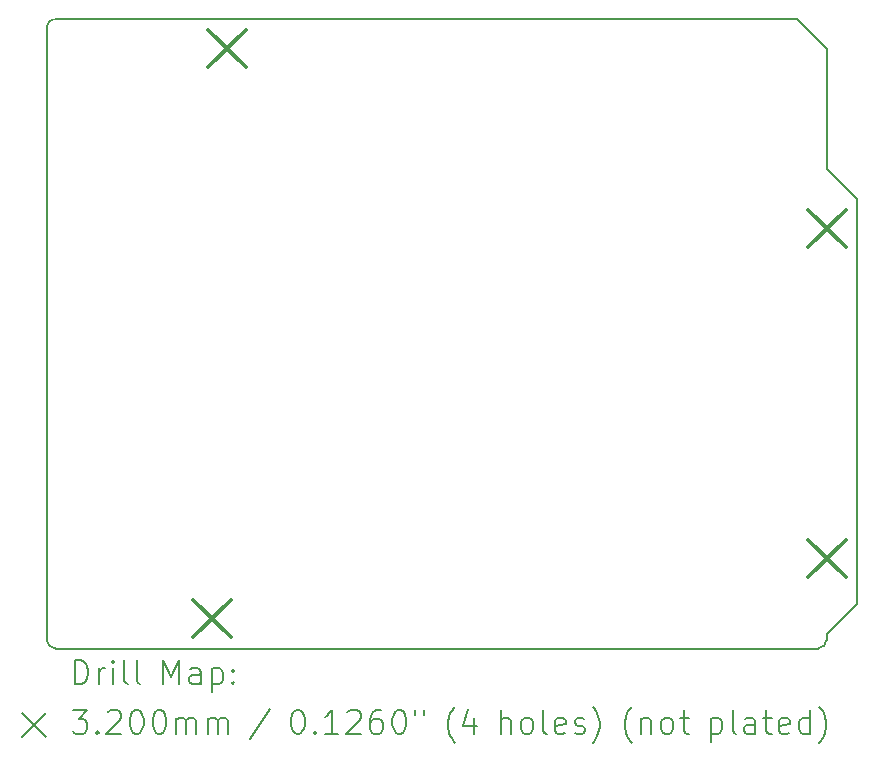
<source format=gbr>
%TF.GenerationSoftware,KiCad,Pcbnew,(7.0.0)*%
%TF.CreationDate,2023-03-24T12:40:38-04:00*%
%TF.ProjectId,ELEG298_S23_Demo_shield,454c4547-3239-4385-9f53-32335f44656d,rev?*%
%TF.SameCoordinates,Original*%
%TF.FileFunction,Drillmap*%
%TF.FilePolarity,Positive*%
%FSLAX45Y45*%
G04 Gerber Fmt 4.5, Leading zero omitted, Abs format (unit mm)*
G04 Created by KiCad (PCBNEW (7.0.0)) date 2023-03-24 12:40:38*
%MOMM*%
%LPD*%
G01*
G04 APERTURE LIST*
%ADD10C,0.150000*%
%ADD11C,0.200000*%
%ADD12C,0.320000*%
G04 APERTURE END LIST*
D10*
X16604000Y-5936000D02*
X16858000Y-6190000D01*
X10000000Y-9923800D02*
X10000000Y-4742200D01*
X16858000Y-6190000D02*
X16858000Y-9619000D01*
X16527800Y-10000000D02*
X10076200Y-10000000D01*
X10076200Y-4666000D02*
X16350000Y-4666000D01*
X10000000Y-9923800D02*
G75*
G03*
X10076200Y-10000000I76200J0D01*
G01*
X16858000Y-9619000D02*
X16604000Y-9873000D01*
X16350000Y-4666000D02*
X16604000Y-4920000D01*
X16527800Y-10000000D02*
G75*
G03*
X16604000Y-9923800I0J76200D01*
G01*
X16604000Y-4920000D02*
X16604000Y-5936000D01*
X16604000Y-9873000D02*
X16604000Y-9923800D01*
X10076200Y-4666000D02*
G75*
G03*
X10000000Y-4742200I0J-76200D01*
G01*
D11*
D12*
X11237000Y-9586000D02*
X11557000Y-9906000D01*
X11557000Y-9586000D02*
X11237000Y-9906000D01*
X11364000Y-4760000D02*
X11684000Y-5080000D01*
X11684000Y-4760000D02*
X11364000Y-5080000D01*
X16444000Y-6284000D02*
X16764000Y-6604000D01*
X16764000Y-6284000D02*
X16444000Y-6604000D01*
X16444000Y-9078000D02*
X16764000Y-9398000D01*
X16764000Y-9078000D02*
X16444000Y-9398000D01*
D11*
X10240119Y-10300976D02*
X10240119Y-10100976D01*
X10240119Y-10100976D02*
X10287738Y-10100976D01*
X10287738Y-10100976D02*
X10316310Y-10110500D01*
X10316310Y-10110500D02*
X10335357Y-10129548D01*
X10335357Y-10129548D02*
X10344881Y-10148595D01*
X10344881Y-10148595D02*
X10354405Y-10186690D01*
X10354405Y-10186690D02*
X10354405Y-10215262D01*
X10354405Y-10215262D02*
X10344881Y-10253357D01*
X10344881Y-10253357D02*
X10335357Y-10272405D01*
X10335357Y-10272405D02*
X10316310Y-10291452D01*
X10316310Y-10291452D02*
X10287738Y-10300976D01*
X10287738Y-10300976D02*
X10240119Y-10300976D01*
X10440119Y-10300976D02*
X10440119Y-10167643D01*
X10440119Y-10205738D02*
X10449643Y-10186690D01*
X10449643Y-10186690D02*
X10459167Y-10177167D01*
X10459167Y-10177167D02*
X10478214Y-10167643D01*
X10478214Y-10167643D02*
X10497262Y-10167643D01*
X10563929Y-10300976D02*
X10563929Y-10167643D01*
X10563929Y-10100976D02*
X10554405Y-10110500D01*
X10554405Y-10110500D02*
X10563929Y-10120024D01*
X10563929Y-10120024D02*
X10573452Y-10110500D01*
X10573452Y-10110500D02*
X10563929Y-10100976D01*
X10563929Y-10100976D02*
X10563929Y-10120024D01*
X10687738Y-10300976D02*
X10668690Y-10291452D01*
X10668690Y-10291452D02*
X10659167Y-10272405D01*
X10659167Y-10272405D02*
X10659167Y-10100976D01*
X10792500Y-10300976D02*
X10773452Y-10291452D01*
X10773452Y-10291452D02*
X10763929Y-10272405D01*
X10763929Y-10272405D02*
X10763929Y-10100976D01*
X10988690Y-10300976D02*
X10988690Y-10100976D01*
X10988690Y-10100976D02*
X11055357Y-10243833D01*
X11055357Y-10243833D02*
X11122024Y-10100976D01*
X11122024Y-10100976D02*
X11122024Y-10300976D01*
X11302976Y-10300976D02*
X11302976Y-10196214D01*
X11302976Y-10196214D02*
X11293452Y-10177167D01*
X11293452Y-10177167D02*
X11274405Y-10167643D01*
X11274405Y-10167643D02*
X11236309Y-10167643D01*
X11236309Y-10167643D02*
X11217262Y-10177167D01*
X11302976Y-10291452D02*
X11283928Y-10300976D01*
X11283928Y-10300976D02*
X11236309Y-10300976D01*
X11236309Y-10300976D02*
X11217262Y-10291452D01*
X11217262Y-10291452D02*
X11207738Y-10272405D01*
X11207738Y-10272405D02*
X11207738Y-10253357D01*
X11207738Y-10253357D02*
X11217262Y-10234310D01*
X11217262Y-10234310D02*
X11236309Y-10224786D01*
X11236309Y-10224786D02*
X11283928Y-10224786D01*
X11283928Y-10224786D02*
X11302976Y-10215262D01*
X11398214Y-10167643D02*
X11398214Y-10367643D01*
X11398214Y-10177167D02*
X11417262Y-10167643D01*
X11417262Y-10167643D02*
X11455357Y-10167643D01*
X11455357Y-10167643D02*
X11474405Y-10177167D01*
X11474405Y-10177167D02*
X11483928Y-10186690D01*
X11483928Y-10186690D02*
X11493452Y-10205738D01*
X11493452Y-10205738D02*
X11493452Y-10262881D01*
X11493452Y-10262881D02*
X11483928Y-10281929D01*
X11483928Y-10281929D02*
X11474405Y-10291452D01*
X11474405Y-10291452D02*
X11455357Y-10300976D01*
X11455357Y-10300976D02*
X11417262Y-10300976D01*
X11417262Y-10300976D02*
X11398214Y-10291452D01*
X11579167Y-10281929D02*
X11588690Y-10291452D01*
X11588690Y-10291452D02*
X11579167Y-10300976D01*
X11579167Y-10300976D02*
X11569643Y-10291452D01*
X11569643Y-10291452D02*
X11579167Y-10281929D01*
X11579167Y-10281929D02*
X11579167Y-10300976D01*
X11579167Y-10177167D02*
X11588690Y-10186690D01*
X11588690Y-10186690D02*
X11579167Y-10196214D01*
X11579167Y-10196214D02*
X11569643Y-10186690D01*
X11569643Y-10186690D02*
X11579167Y-10177167D01*
X11579167Y-10177167D02*
X11579167Y-10196214D01*
X9792500Y-10547500D02*
X9992500Y-10747500D01*
X9992500Y-10547500D02*
X9792500Y-10747500D01*
X10221071Y-10520976D02*
X10344881Y-10520976D01*
X10344881Y-10520976D02*
X10278214Y-10597167D01*
X10278214Y-10597167D02*
X10306786Y-10597167D01*
X10306786Y-10597167D02*
X10325833Y-10606690D01*
X10325833Y-10606690D02*
X10335357Y-10616214D01*
X10335357Y-10616214D02*
X10344881Y-10635262D01*
X10344881Y-10635262D02*
X10344881Y-10682881D01*
X10344881Y-10682881D02*
X10335357Y-10701929D01*
X10335357Y-10701929D02*
X10325833Y-10711452D01*
X10325833Y-10711452D02*
X10306786Y-10720976D01*
X10306786Y-10720976D02*
X10249643Y-10720976D01*
X10249643Y-10720976D02*
X10230595Y-10711452D01*
X10230595Y-10711452D02*
X10221071Y-10701929D01*
X10430595Y-10701929D02*
X10440119Y-10711452D01*
X10440119Y-10711452D02*
X10430595Y-10720976D01*
X10430595Y-10720976D02*
X10421071Y-10711452D01*
X10421071Y-10711452D02*
X10430595Y-10701929D01*
X10430595Y-10701929D02*
X10430595Y-10720976D01*
X10516310Y-10540024D02*
X10525833Y-10530500D01*
X10525833Y-10530500D02*
X10544881Y-10520976D01*
X10544881Y-10520976D02*
X10592500Y-10520976D01*
X10592500Y-10520976D02*
X10611548Y-10530500D01*
X10611548Y-10530500D02*
X10621071Y-10540024D01*
X10621071Y-10540024D02*
X10630595Y-10559071D01*
X10630595Y-10559071D02*
X10630595Y-10578119D01*
X10630595Y-10578119D02*
X10621071Y-10606690D01*
X10621071Y-10606690D02*
X10506786Y-10720976D01*
X10506786Y-10720976D02*
X10630595Y-10720976D01*
X10754405Y-10520976D02*
X10773452Y-10520976D01*
X10773452Y-10520976D02*
X10792500Y-10530500D01*
X10792500Y-10530500D02*
X10802024Y-10540024D01*
X10802024Y-10540024D02*
X10811548Y-10559071D01*
X10811548Y-10559071D02*
X10821071Y-10597167D01*
X10821071Y-10597167D02*
X10821071Y-10644786D01*
X10821071Y-10644786D02*
X10811548Y-10682881D01*
X10811548Y-10682881D02*
X10802024Y-10701929D01*
X10802024Y-10701929D02*
X10792500Y-10711452D01*
X10792500Y-10711452D02*
X10773452Y-10720976D01*
X10773452Y-10720976D02*
X10754405Y-10720976D01*
X10754405Y-10720976D02*
X10735357Y-10711452D01*
X10735357Y-10711452D02*
X10725833Y-10701929D01*
X10725833Y-10701929D02*
X10716310Y-10682881D01*
X10716310Y-10682881D02*
X10706786Y-10644786D01*
X10706786Y-10644786D02*
X10706786Y-10597167D01*
X10706786Y-10597167D02*
X10716310Y-10559071D01*
X10716310Y-10559071D02*
X10725833Y-10540024D01*
X10725833Y-10540024D02*
X10735357Y-10530500D01*
X10735357Y-10530500D02*
X10754405Y-10520976D01*
X10944881Y-10520976D02*
X10963929Y-10520976D01*
X10963929Y-10520976D02*
X10982976Y-10530500D01*
X10982976Y-10530500D02*
X10992500Y-10540024D01*
X10992500Y-10540024D02*
X11002024Y-10559071D01*
X11002024Y-10559071D02*
X11011548Y-10597167D01*
X11011548Y-10597167D02*
X11011548Y-10644786D01*
X11011548Y-10644786D02*
X11002024Y-10682881D01*
X11002024Y-10682881D02*
X10992500Y-10701929D01*
X10992500Y-10701929D02*
X10982976Y-10711452D01*
X10982976Y-10711452D02*
X10963929Y-10720976D01*
X10963929Y-10720976D02*
X10944881Y-10720976D01*
X10944881Y-10720976D02*
X10925833Y-10711452D01*
X10925833Y-10711452D02*
X10916310Y-10701929D01*
X10916310Y-10701929D02*
X10906786Y-10682881D01*
X10906786Y-10682881D02*
X10897262Y-10644786D01*
X10897262Y-10644786D02*
X10897262Y-10597167D01*
X10897262Y-10597167D02*
X10906786Y-10559071D01*
X10906786Y-10559071D02*
X10916310Y-10540024D01*
X10916310Y-10540024D02*
X10925833Y-10530500D01*
X10925833Y-10530500D02*
X10944881Y-10520976D01*
X11097262Y-10720976D02*
X11097262Y-10587643D01*
X11097262Y-10606690D02*
X11106786Y-10597167D01*
X11106786Y-10597167D02*
X11125833Y-10587643D01*
X11125833Y-10587643D02*
X11154405Y-10587643D01*
X11154405Y-10587643D02*
X11173452Y-10597167D01*
X11173452Y-10597167D02*
X11182976Y-10616214D01*
X11182976Y-10616214D02*
X11182976Y-10720976D01*
X11182976Y-10616214D02*
X11192500Y-10597167D01*
X11192500Y-10597167D02*
X11211548Y-10587643D01*
X11211548Y-10587643D02*
X11240119Y-10587643D01*
X11240119Y-10587643D02*
X11259167Y-10597167D01*
X11259167Y-10597167D02*
X11268690Y-10616214D01*
X11268690Y-10616214D02*
X11268690Y-10720976D01*
X11363929Y-10720976D02*
X11363929Y-10587643D01*
X11363929Y-10606690D02*
X11373452Y-10597167D01*
X11373452Y-10597167D02*
X11392500Y-10587643D01*
X11392500Y-10587643D02*
X11421071Y-10587643D01*
X11421071Y-10587643D02*
X11440119Y-10597167D01*
X11440119Y-10597167D02*
X11449643Y-10616214D01*
X11449643Y-10616214D02*
X11449643Y-10720976D01*
X11449643Y-10616214D02*
X11459167Y-10597167D01*
X11459167Y-10597167D02*
X11478214Y-10587643D01*
X11478214Y-10587643D02*
X11506786Y-10587643D01*
X11506786Y-10587643D02*
X11525833Y-10597167D01*
X11525833Y-10597167D02*
X11535357Y-10616214D01*
X11535357Y-10616214D02*
X11535357Y-10720976D01*
X11893452Y-10511452D02*
X11722024Y-10768595D01*
X12118214Y-10520976D02*
X12137262Y-10520976D01*
X12137262Y-10520976D02*
X12156310Y-10530500D01*
X12156310Y-10530500D02*
X12165833Y-10540024D01*
X12165833Y-10540024D02*
X12175357Y-10559071D01*
X12175357Y-10559071D02*
X12184881Y-10597167D01*
X12184881Y-10597167D02*
X12184881Y-10644786D01*
X12184881Y-10644786D02*
X12175357Y-10682881D01*
X12175357Y-10682881D02*
X12165833Y-10701929D01*
X12165833Y-10701929D02*
X12156310Y-10711452D01*
X12156310Y-10711452D02*
X12137262Y-10720976D01*
X12137262Y-10720976D02*
X12118214Y-10720976D01*
X12118214Y-10720976D02*
X12099167Y-10711452D01*
X12099167Y-10711452D02*
X12089643Y-10701929D01*
X12089643Y-10701929D02*
X12080119Y-10682881D01*
X12080119Y-10682881D02*
X12070595Y-10644786D01*
X12070595Y-10644786D02*
X12070595Y-10597167D01*
X12070595Y-10597167D02*
X12080119Y-10559071D01*
X12080119Y-10559071D02*
X12089643Y-10540024D01*
X12089643Y-10540024D02*
X12099167Y-10530500D01*
X12099167Y-10530500D02*
X12118214Y-10520976D01*
X12270595Y-10701929D02*
X12280119Y-10711452D01*
X12280119Y-10711452D02*
X12270595Y-10720976D01*
X12270595Y-10720976D02*
X12261071Y-10711452D01*
X12261071Y-10711452D02*
X12270595Y-10701929D01*
X12270595Y-10701929D02*
X12270595Y-10720976D01*
X12470595Y-10720976D02*
X12356310Y-10720976D01*
X12413452Y-10720976D02*
X12413452Y-10520976D01*
X12413452Y-10520976D02*
X12394405Y-10549548D01*
X12394405Y-10549548D02*
X12375357Y-10568595D01*
X12375357Y-10568595D02*
X12356310Y-10578119D01*
X12546786Y-10540024D02*
X12556310Y-10530500D01*
X12556310Y-10530500D02*
X12575357Y-10520976D01*
X12575357Y-10520976D02*
X12622976Y-10520976D01*
X12622976Y-10520976D02*
X12642024Y-10530500D01*
X12642024Y-10530500D02*
X12651548Y-10540024D01*
X12651548Y-10540024D02*
X12661071Y-10559071D01*
X12661071Y-10559071D02*
X12661071Y-10578119D01*
X12661071Y-10578119D02*
X12651548Y-10606690D01*
X12651548Y-10606690D02*
X12537262Y-10720976D01*
X12537262Y-10720976D02*
X12661071Y-10720976D01*
X12832500Y-10520976D02*
X12794405Y-10520976D01*
X12794405Y-10520976D02*
X12775357Y-10530500D01*
X12775357Y-10530500D02*
X12765833Y-10540024D01*
X12765833Y-10540024D02*
X12746786Y-10568595D01*
X12746786Y-10568595D02*
X12737262Y-10606690D01*
X12737262Y-10606690D02*
X12737262Y-10682881D01*
X12737262Y-10682881D02*
X12746786Y-10701929D01*
X12746786Y-10701929D02*
X12756310Y-10711452D01*
X12756310Y-10711452D02*
X12775357Y-10720976D01*
X12775357Y-10720976D02*
X12813452Y-10720976D01*
X12813452Y-10720976D02*
X12832500Y-10711452D01*
X12832500Y-10711452D02*
X12842024Y-10701929D01*
X12842024Y-10701929D02*
X12851548Y-10682881D01*
X12851548Y-10682881D02*
X12851548Y-10635262D01*
X12851548Y-10635262D02*
X12842024Y-10616214D01*
X12842024Y-10616214D02*
X12832500Y-10606690D01*
X12832500Y-10606690D02*
X12813452Y-10597167D01*
X12813452Y-10597167D02*
X12775357Y-10597167D01*
X12775357Y-10597167D02*
X12756310Y-10606690D01*
X12756310Y-10606690D02*
X12746786Y-10616214D01*
X12746786Y-10616214D02*
X12737262Y-10635262D01*
X12975357Y-10520976D02*
X12994405Y-10520976D01*
X12994405Y-10520976D02*
X13013452Y-10530500D01*
X13013452Y-10530500D02*
X13022976Y-10540024D01*
X13022976Y-10540024D02*
X13032500Y-10559071D01*
X13032500Y-10559071D02*
X13042024Y-10597167D01*
X13042024Y-10597167D02*
X13042024Y-10644786D01*
X13042024Y-10644786D02*
X13032500Y-10682881D01*
X13032500Y-10682881D02*
X13022976Y-10701929D01*
X13022976Y-10701929D02*
X13013452Y-10711452D01*
X13013452Y-10711452D02*
X12994405Y-10720976D01*
X12994405Y-10720976D02*
X12975357Y-10720976D01*
X12975357Y-10720976D02*
X12956310Y-10711452D01*
X12956310Y-10711452D02*
X12946786Y-10701929D01*
X12946786Y-10701929D02*
X12937262Y-10682881D01*
X12937262Y-10682881D02*
X12927738Y-10644786D01*
X12927738Y-10644786D02*
X12927738Y-10597167D01*
X12927738Y-10597167D02*
X12937262Y-10559071D01*
X12937262Y-10559071D02*
X12946786Y-10540024D01*
X12946786Y-10540024D02*
X12956310Y-10530500D01*
X12956310Y-10530500D02*
X12975357Y-10520976D01*
X13118214Y-10520976D02*
X13118214Y-10559071D01*
X13194405Y-10520976D02*
X13194405Y-10559071D01*
X13457262Y-10797167D02*
X13447738Y-10787643D01*
X13447738Y-10787643D02*
X13428691Y-10759071D01*
X13428691Y-10759071D02*
X13419167Y-10740024D01*
X13419167Y-10740024D02*
X13409643Y-10711452D01*
X13409643Y-10711452D02*
X13400119Y-10663833D01*
X13400119Y-10663833D02*
X13400119Y-10625738D01*
X13400119Y-10625738D02*
X13409643Y-10578119D01*
X13409643Y-10578119D02*
X13419167Y-10549548D01*
X13419167Y-10549548D02*
X13428691Y-10530500D01*
X13428691Y-10530500D02*
X13447738Y-10501929D01*
X13447738Y-10501929D02*
X13457262Y-10492405D01*
X13619167Y-10587643D02*
X13619167Y-10720976D01*
X13571548Y-10511452D02*
X13523929Y-10654310D01*
X13523929Y-10654310D02*
X13647738Y-10654310D01*
X13843929Y-10720976D02*
X13843929Y-10520976D01*
X13929643Y-10720976D02*
X13929643Y-10616214D01*
X13929643Y-10616214D02*
X13920119Y-10597167D01*
X13920119Y-10597167D02*
X13901072Y-10587643D01*
X13901072Y-10587643D02*
X13872500Y-10587643D01*
X13872500Y-10587643D02*
X13853452Y-10597167D01*
X13853452Y-10597167D02*
X13843929Y-10606690D01*
X14053452Y-10720976D02*
X14034405Y-10711452D01*
X14034405Y-10711452D02*
X14024881Y-10701929D01*
X14024881Y-10701929D02*
X14015357Y-10682881D01*
X14015357Y-10682881D02*
X14015357Y-10625738D01*
X14015357Y-10625738D02*
X14024881Y-10606690D01*
X14024881Y-10606690D02*
X14034405Y-10597167D01*
X14034405Y-10597167D02*
X14053452Y-10587643D01*
X14053452Y-10587643D02*
X14082024Y-10587643D01*
X14082024Y-10587643D02*
X14101072Y-10597167D01*
X14101072Y-10597167D02*
X14110595Y-10606690D01*
X14110595Y-10606690D02*
X14120119Y-10625738D01*
X14120119Y-10625738D02*
X14120119Y-10682881D01*
X14120119Y-10682881D02*
X14110595Y-10701929D01*
X14110595Y-10701929D02*
X14101072Y-10711452D01*
X14101072Y-10711452D02*
X14082024Y-10720976D01*
X14082024Y-10720976D02*
X14053452Y-10720976D01*
X14234405Y-10720976D02*
X14215357Y-10711452D01*
X14215357Y-10711452D02*
X14205833Y-10692405D01*
X14205833Y-10692405D02*
X14205833Y-10520976D01*
X14386786Y-10711452D02*
X14367738Y-10720976D01*
X14367738Y-10720976D02*
X14329643Y-10720976D01*
X14329643Y-10720976D02*
X14310595Y-10711452D01*
X14310595Y-10711452D02*
X14301072Y-10692405D01*
X14301072Y-10692405D02*
X14301072Y-10616214D01*
X14301072Y-10616214D02*
X14310595Y-10597167D01*
X14310595Y-10597167D02*
X14329643Y-10587643D01*
X14329643Y-10587643D02*
X14367738Y-10587643D01*
X14367738Y-10587643D02*
X14386786Y-10597167D01*
X14386786Y-10597167D02*
X14396310Y-10616214D01*
X14396310Y-10616214D02*
X14396310Y-10635262D01*
X14396310Y-10635262D02*
X14301072Y-10654310D01*
X14472500Y-10711452D02*
X14491548Y-10720976D01*
X14491548Y-10720976D02*
X14529643Y-10720976D01*
X14529643Y-10720976D02*
X14548691Y-10711452D01*
X14548691Y-10711452D02*
X14558214Y-10692405D01*
X14558214Y-10692405D02*
X14558214Y-10682881D01*
X14558214Y-10682881D02*
X14548691Y-10663833D01*
X14548691Y-10663833D02*
X14529643Y-10654310D01*
X14529643Y-10654310D02*
X14501072Y-10654310D01*
X14501072Y-10654310D02*
X14482024Y-10644786D01*
X14482024Y-10644786D02*
X14472500Y-10625738D01*
X14472500Y-10625738D02*
X14472500Y-10616214D01*
X14472500Y-10616214D02*
X14482024Y-10597167D01*
X14482024Y-10597167D02*
X14501072Y-10587643D01*
X14501072Y-10587643D02*
X14529643Y-10587643D01*
X14529643Y-10587643D02*
X14548691Y-10597167D01*
X14624881Y-10797167D02*
X14634405Y-10787643D01*
X14634405Y-10787643D02*
X14653453Y-10759071D01*
X14653453Y-10759071D02*
X14662976Y-10740024D01*
X14662976Y-10740024D02*
X14672500Y-10711452D01*
X14672500Y-10711452D02*
X14682024Y-10663833D01*
X14682024Y-10663833D02*
X14682024Y-10625738D01*
X14682024Y-10625738D02*
X14672500Y-10578119D01*
X14672500Y-10578119D02*
X14662976Y-10549548D01*
X14662976Y-10549548D02*
X14653453Y-10530500D01*
X14653453Y-10530500D02*
X14634405Y-10501929D01*
X14634405Y-10501929D02*
X14624881Y-10492405D01*
X14954405Y-10797167D02*
X14944881Y-10787643D01*
X14944881Y-10787643D02*
X14925833Y-10759071D01*
X14925833Y-10759071D02*
X14916310Y-10740024D01*
X14916310Y-10740024D02*
X14906786Y-10711452D01*
X14906786Y-10711452D02*
X14897262Y-10663833D01*
X14897262Y-10663833D02*
X14897262Y-10625738D01*
X14897262Y-10625738D02*
X14906786Y-10578119D01*
X14906786Y-10578119D02*
X14916310Y-10549548D01*
X14916310Y-10549548D02*
X14925833Y-10530500D01*
X14925833Y-10530500D02*
X14944881Y-10501929D01*
X14944881Y-10501929D02*
X14954405Y-10492405D01*
X15030595Y-10587643D02*
X15030595Y-10720976D01*
X15030595Y-10606690D02*
X15040119Y-10597167D01*
X15040119Y-10597167D02*
X15059167Y-10587643D01*
X15059167Y-10587643D02*
X15087738Y-10587643D01*
X15087738Y-10587643D02*
X15106786Y-10597167D01*
X15106786Y-10597167D02*
X15116310Y-10616214D01*
X15116310Y-10616214D02*
X15116310Y-10720976D01*
X15240119Y-10720976D02*
X15221072Y-10711452D01*
X15221072Y-10711452D02*
X15211548Y-10701929D01*
X15211548Y-10701929D02*
X15202024Y-10682881D01*
X15202024Y-10682881D02*
X15202024Y-10625738D01*
X15202024Y-10625738D02*
X15211548Y-10606690D01*
X15211548Y-10606690D02*
X15221072Y-10597167D01*
X15221072Y-10597167D02*
X15240119Y-10587643D01*
X15240119Y-10587643D02*
X15268691Y-10587643D01*
X15268691Y-10587643D02*
X15287738Y-10597167D01*
X15287738Y-10597167D02*
X15297262Y-10606690D01*
X15297262Y-10606690D02*
X15306786Y-10625738D01*
X15306786Y-10625738D02*
X15306786Y-10682881D01*
X15306786Y-10682881D02*
X15297262Y-10701929D01*
X15297262Y-10701929D02*
X15287738Y-10711452D01*
X15287738Y-10711452D02*
X15268691Y-10720976D01*
X15268691Y-10720976D02*
X15240119Y-10720976D01*
X15363929Y-10587643D02*
X15440119Y-10587643D01*
X15392500Y-10520976D02*
X15392500Y-10692405D01*
X15392500Y-10692405D02*
X15402024Y-10711452D01*
X15402024Y-10711452D02*
X15421072Y-10720976D01*
X15421072Y-10720976D02*
X15440119Y-10720976D01*
X15626786Y-10587643D02*
X15626786Y-10787643D01*
X15626786Y-10597167D02*
X15645833Y-10587643D01*
X15645833Y-10587643D02*
X15683929Y-10587643D01*
X15683929Y-10587643D02*
X15702976Y-10597167D01*
X15702976Y-10597167D02*
X15712500Y-10606690D01*
X15712500Y-10606690D02*
X15722024Y-10625738D01*
X15722024Y-10625738D02*
X15722024Y-10682881D01*
X15722024Y-10682881D02*
X15712500Y-10701929D01*
X15712500Y-10701929D02*
X15702976Y-10711452D01*
X15702976Y-10711452D02*
X15683929Y-10720976D01*
X15683929Y-10720976D02*
X15645833Y-10720976D01*
X15645833Y-10720976D02*
X15626786Y-10711452D01*
X15836310Y-10720976D02*
X15817262Y-10711452D01*
X15817262Y-10711452D02*
X15807738Y-10692405D01*
X15807738Y-10692405D02*
X15807738Y-10520976D01*
X15998214Y-10720976D02*
X15998214Y-10616214D01*
X15998214Y-10616214D02*
X15988691Y-10597167D01*
X15988691Y-10597167D02*
X15969643Y-10587643D01*
X15969643Y-10587643D02*
X15931548Y-10587643D01*
X15931548Y-10587643D02*
X15912500Y-10597167D01*
X15998214Y-10711452D02*
X15979167Y-10720976D01*
X15979167Y-10720976D02*
X15931548Y-10720976D01*
X15931548Y-10720976D02*
X15912500Y-10711452D01*
X15912500Y-10711452D02*
X15902976Y-10692405D01*
X15902976Y-10692405D02*
X15902976Y-10673357D01*
X15902976Y-10673357D02*
X15912500Y-10654310D01*
X15912500Y-10654310D02*
X15931548Y-10644786D01*
X15931548Y-10644786D02*
X15979167Y-10644786D01*
X15979167Y-10644786D02*
X15998214Y-10635262D01*
X16064881Y-10587643D02*
X16141072Y-10587643D01*
X16093453Y-10520976D02*
X16093453Y-10692405D01*
X16093453Y-10692405D02*
X16102976Y-10711452D01*
X16102976Y-10711452D02*
X16122024Y-10720976D01*
X16122024Y-10720976D02*
X16141072Y-10720976D01*
X16283929Y-10711452D02*
X16264881Y-10720976D01*
X16264881Y-10720976D02*
X16226786Y-10720976D01*
X16226786Y-10720976D02*
X16207738Y-10711452D01*
X16207738Y-10711452D02*
X16198214Y-10692405D01*
X16198214Y-10692405D02*
X16198214Y-10616214D01*
X16198214Y-10616214D02*
X16207738Y-10597167D01*
X16207738Y-10597167D02*
X16226786Y-10587643D01*
X16226786Y-10587643D02*
X16264881Y-10587643D01*
X16264881Y-10587643D02*
X16283929Y-10597167D01*
X16283929Y-10597167D02*
X16293453Y-10616214D01*
X16293453Y-10616214D02*
X16293453Y-10635262D01*
X16293453Y-10635262D02*
X16198214Y-10654310D01*
X16464881Y-10720976D02*
X16464881Y-10520976D01*
X16464881Y-10711452D02*
X16445834Y-10720976D01*
X16445834Y-10720976D02*
X16407738Y-10720976D01*
X16407738Y-10720976D02*
X16388691Y-10711452D01*
X16388691Y-10711452D02*
X16379167Y-10701929D01*
X16379167Y-10701929D02*
X16369643Y-10682881D01*
X16369643Y-10682881D02*
X16369643Y-10625738D01*
X16369643Y-10625738D02*
X16379167Y-10606690D01*
X16379167Y-10606690D02*
X16388691Y-10597167D01*
X16388691Y-10597167D02*
X16407738Y-10587643D01*
X16407738Y-10587643D02*
X16445834Y-10587643D01*
X16445834Y-10587643D02*
X16464881Y-10597167D01*
X16541072Y-10797167D02*
X16550595Y-10787643D01*
X16550595Y-10787643D02*
X16569643Y-10759071D01*
X16569643Y-10759071D02*
X16579167Y-10740024D01*
X16579167Y-10740024D02*
X16588691Y-10711452D01*
X16588691Y-10711452D02*
X16598214Y-10663833D01*
X16598214Y-10663833D02*
X16598214Y-10625738D01*
X16598214Y-10625738D02*
X16588691Y-10578119D01*
X16588691Y-10578119D02*
X16579167Y-10549548D01*
X16579167Y-10549548D02*
X16569643Y-10530500D01*
X16569643Y-10530500D02*
X16550595Y-10501929D01*
X16550595Y-10501929D02*
X16541072Y-10492405D01*
M02*

</source>
